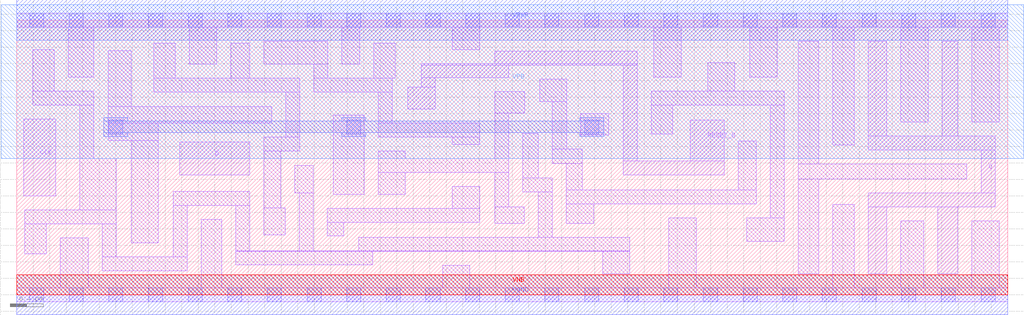
<source format=lef>
# Copyright 2020 The SkyWater PDK Authors
#
# Licensed under the Apache License, Version 2.0 (the "License");
# you may not use this file except in compliance with the License.
# You may obtain a copy of the License at
#
#     https://www.apache.org/licenses/LICENSE-2.0
#
# Unless required by applicable law or agreed to in writing, software
# distributed under the License is distributed on an "AS IS" BASIS,
# WITHOUT WARRANTIES OR CONDITIONS OF ANY KIND, either express or implied.
# See the License for the specific language governing permissions and
# limitations under the License.
#
# SPDX-License-Identifier: Apache-2.0

VERSION 5.7 ;
  NOWIREEXTENSIONATPIN ON ;
  DIVIDERCHAR "/" ;
  BUSBITCHARS "[]" ;
MACRO sky130_fd_sc_lp__dfrtp_4
  CLASS CORE ;
  FOREIGN sky130_fd_sc_lp__dfrtp_4 ;
  ORIGIN  0.000000  0.000000 ;
  SIZE  12.00000 BY  3.330000 ;
  SYMMETRY X Y R90 ;
  SITE unit ;
  PIN D
    ANTENNAGATEAREA  0.126000 ;
    DIRECTION INPUT ;
    USE SIGNAL ;
    PORT
      LAYER li1 ;
        RECT 1.975000 1.455000 2.820000 1.850000 ;
    END
  END D
  PIN Q
    ANTENNADIFFAREA  1.176000 ;
    DIRECTION OUTPUT ;
    USE SIGNAL ;
    PORT
      LAYER li1 ;
        RECT 10.310000 0.255000 10.535000 1.065000 ;
        RECT 10.310000 1.065000 11.850000 1.235000 ;
        RECT 10.310000 1.755000 11.850000 1.925000 ;
        RECT 10.310000 1.925000 10.535000 3.075000 ;
        RECT 11.150000 0.255000 11.395000 1.065000 ;
        RECT 11.205000 1.925000 11.395000 3.075000 ;
        RECT 11.680000 1.235000 11.850000 1.755000 ;
    END
  END Q
  PIN RESET_B
    ANTENNAGATEAREA  0.378000 ;
    DIRECTION INPUT ;
    USE SIGNAL ;
    PORT
      LAYER li1 ;
        RECT 4.735000 2.255000 5.065000 2.520000 ;
        RECT 4.895000 2.520000 5.065000 2.635000 ;
        RECT 4.895000 2.635000 5.955000 2.785000 ;
        RECT 4.895000 2.785000 7.515000 2.805000 ;
        RECT 5.785000 2.805000 7.515000 2.955000 ;
        RECT 7.345000 1.450000 8.565000 1.620000 ;
        RECT 7.345000 1.620000 7.515000 2.785000 ;
        RECT 8.155000 1.620000 8.565000 2.120000 ;
    END
  END RESET_B
  PIN CLK
    ANTENNAGATEAREA  0.159000 ;
    DIRECTION INPUT ;
    USE CLOCK ;
    PORT
      LAYER li1 ;
        RECT 0.085000 1.200000 0.470000 2.130000 ;
    END
  END CLK
  PIN VGND
    DIRECTION INOUT ;
    USE GROUND ;
    PORT
      LAYER met1 ;
        RECT 0.000000 -0.245000 12.000000 0.245000 ;
    END
  END VGND
  PIN VNB
    DIRECTION INOUT ;
    USE GROUND ;
    PORT
      LAYER pwell ;
        RECT 0.000000 0.000000 12.000000 0.245000 ;
    END
  END VNB
  PIN VPB
    DIRECTION INOUT ;
    USE POWER ;
    PORT
      LAYER nwell ;
        RECT -0.190000 1.655000 12.190000 3.520000 ;
    END
  END VPB
  PIN VPWR
    DIRECTION INOUT ;
    USE POWER ;
    PORT
      LAYER met1 ;
        RECT 0.000000 3.085000 12.000000 3.575000 ;
    END
  END VPWR
  OBS
    LAYER li1 ;
      RECT  0.000000 -0.085000 12.000000 0.085000 ;
      RECT  0.000000  3.245000 12.000000 3.415000 ;
      RECT  0.095000  0.495000  0.355000 0.860000 ;
      RECT  0.095000  0.860000  1.205000 1.030000 ;
      RECT  0.195000  2.300000  0.935000 2.470000 ;
      RECT  0.195000  2.470000  0.455000 2.970000 ;
      RECT  0.525000  0.085000  0.865000 0.690000 ;
      RECT  0.625000  2.640000  0.935000 3.245000 ;
      RECT  0.765000  1.030000  1.205000 1.650000 ;
      RECT  0.765000  1.650000  0.935000 2.300000 ;
      RECT  1.035000  0.290000  2.065000 0.460000 ;
      RECT  1.035000  0.460000  1.205000 0.860000 ;
      RECT  1.105000  1.870000  1.715000 2.085000 ;
      RECT  1.105000  2.085000  3.085000 2.285000 ;
      RECT  1.105000  2.285000  1.385000 2.960000 ;
      RECT  1.385000  0.630000  1.715000 1.870000 ;
      RECT  1.660000  2.455000  3.425000 2.625000 ;
      RECT  1.660000  2.625000  1.920000 3.050000 ;
      RECT  1.895000  0.460000  2.065000 1.085000 ;
      RECT  1.895000  1.085000  2.820000 1.255000 ;
      RECT  2.090000  2.795000  2.420000 3.245000 ;
      RECT  2.235000  0.085000  2.480000 0.915000 ;
      RECT  2.590000  2.625000  2.820000 3.050000 ;
      RECT  2.650000  0.365000  4.310000 0.525000 ;
      RECT  2.650000  0.525000  7.425000 0.535000 ;
      RECT  2.650000  0.535000  2.820000 1.085000 ;
      RECT  2.990000  0.725000  3.250000 1.055000 ;
      RECT  2.990000  1.055000  3.195000 1.745000 ;
      RECT  2.990000  1.745000  3.425000 1.915000 ;
      RECT  2.990000  2.795000  3.765000 3.075000 ;
      RECT  3.255000  1.915000  3.425000 2.455000 ;
      RECT  3.365000  1.235000  3.590000 1.565000 ;
      RECT  3.420000  0.535000  3.590000 1.235000 ;
      RECT  3.595000  2.455000  4.545000 2.625000 ;
      RECT  3.595000  2.625000  3.765000 2.795000 ;
      RECT  3.760000  0.715000  3.960000 0.875000 ;
      RECT  3.760000  0.875000  5.605000 1.045000 ;
      RECT  3.835000  1.215000  4.205000 2.180000 ;
      RECT  3.935000  2.795000  4.150000 3.245000 ;
      RECT  4.140000  0.535000  7.425000 0.695000 ;
      RECT  4.320000  2.625000  4.585000 3.050000 ;
      RECT  4.375000  1.215000  4.705000 1.485000 ;
      RECT  4.375000  1.485000  5.955000 1.655000 ;
      RECT  4.375000  1.655000  4.705000 1.745000 ;
      RECT  4.375000  1.915000  5.605000 2.085000 ;
      RECT  4.375000  2.085000  4.545000 2.455000 ;
      RECT  5.155000  0.085000  5.485000 0.355000 ;
      RECT  5.275000  1.045000  5.605000 1.315000 ;
      RECT  5.275000  1.825000  5.605000 1.915000 ;
      RECT  5.275000  2.975000  5.605000 3.245000 ;
      RECT  5.785000  0.865000  6.145000 1.065000 ;
      RECT  5.785000  1.065000  5.955000 1.485000 ;
      RECT  5.785000  1.655000  5.955000 2.205000 ;
      RECT  5.785000  2.205000  6.150000 2.465000 ;
      RECT  6.125000  1.245000  6.485000 1.415000 ;
      RECT  6.125000  1.415000  6.315000 1.955000 ;
      RECT  6.315000  0.695000  6.485000 1.245000 ;
      RECT  6.330000  2.345000  6.660000 2.615000 ;
      RECT  6.485000  1.595000  6.845000 1.765000 ;
      RECT  6.485000  1.765000  6.660000 2.345000 ;
      RECT  6.655000  0.865000  6.985000 1.100000 ;
      RECT  6.655000  1.100000  8.955000 1.270000 ;
      RECT  6.655000  1.270000  6.845000 1.595000 ;
      RECT  6.830000  1.935000  7.165000 2.195000 ;
      RECT  7.095000  0.255000  7.425000 0.525000 ;
      RECT  7.685000  1.950000  7.945000 2.300000 ;
      RECT  7.685000  2.300000  9.295000 2.470000 ;
      RECT  7.715000  2.640000  8.045000 3.245000 ;
      RECT  7.895000  0.085000  8.225000 0.930000 ;
      RECT  8.365000  2.470000  8.695000 2.815000 ;
      RECT  8.735000  1.270000  8.955000 1.865000 ;
      RECT  8.840000  0.650000  9.295000 0.930000 ;
      RECT  8.875000  2.640000  9.205000 3.245000 ;
      RECT  9.125000  0.930000  9.295000 2.300000 ;
      RECT  9.465000  0.255000  9.710000 1.405000 ;
      RECT  9.465000  1.405000 11.500000 1.585000 ;
      RECT  9.465000  1.585000  9.710000 3.075000 ;
      RECT  9.880000  0.085000 10.140000 1.095000 ;
      RECT  9.880000  1.815000 10.140000 3.245000 ;
      RECT 10.705000  0.085000 10.980000 0.895000 ;
      RECT 10.705000  2.095000 11.035000 3.245000 ;
      RECT 11.565000  0.085000 11.895000 0.895000 ;
      RECT 11.565000  2.095000 11.895000 3.245000 ;
    LAYER mcon ;
      RECT  0.155000 -0.085000  0.325000 0.085000 ;
      RECT  0.155000  3.245000  0.325000 3.415000 ;
      RECT  0.635000 -0.085000  0.805000 0.085000 ;
      RECT  0.635000  3.245000  0.805000 3.415000 ;
      RECT  1.115000 -0.085000  1.285000 0.085000 ;
      RECT  1.115000  1.950000  1.285000 2.120000 ;
      RECT  1.115000  3.245000  1.285000 3.415000 ;
      RECT  1.595000 -0.085000  1.765000 0.085000 ;
      RECT  1.595000  3.245000  1.765000 3.415000 ;
      RECT  2.075000 -0.085000  2.245000 0.085000 ;
      RECT  2.075000  3.245000  2.245000 3.415000 ;
      RECT  2.555000 -0.085000  2.725000 0.085000 ;
      RECT  2.555000  3.245000  2.725000 3.415000 ;
      RECT  3.035000 -0.085000  3.205000 0.085000 ;
      RECT  3.035000  3.245000  3.205000 3.415000 ;
      RECT  3.515000 -0.085000  3.685000 0.085000 ;
      RECT  3.515000  3.245000  3.685000 3.415000 ;
      RECT  3.995000 -0.085000  4.165000 0.085000 ;
      RECT  3.995000  1.950000  4.165000 2.120000 ;
      RECT  3.995000  3.245000  4.165000 3.415000 ;
      RECT  4.475000 -0.085000  4.645000 0.085000 ;
      RECT  4.475000  3.245000  4.645000 3.415000 ;
      RECT  4.955000 -0.085000  5.125000 0.085000 ;
      RECT  4.955000  3.245000  5.125000 3.415000 ;
      RECT  5.435000 -0.085000  5.605000 0.085000 ;
      RECT  5.435000  3.245000  5.605000 3.415000 ;
      RECT  5.915000 -0.085000  6.085000 0.085000 ;
      RECT  5.915000  3.245000  6.085000 3.415000 ;
      RECT  6.395000 -0.085000  6.565000 0.085000 ;
      RECT  6.395000  3.245000  6.565000 3.415000 ;
      RECT  6.875000 -0.085000  7.045000 0.085000 ;
      RECT  6.875000  1.950000  7.045000 2.120000 ;
      RECT  6.875000  3.245000  7.045000 3.415000 ;
      RECT  7.355000 -0.085000  7.525000 0.085000 ;
      RECT  7.355000  3.245000  7.525000 3.415000 ;
      RECT  7.835000 -0.085000  8.005000 0.085000 ;
      RECT  7.835000  3.245000  8.005000 3.415000 ;
      RECT  8.315000 -0.085000  8.485000 0.085000 ;
      RECT  8.315000  3.245000  8.485000 3.415000 ;
      RECT  8.795000 -0.085000  8.965000 0.085000 ;
      RECT  8.795000  3.245000  8.965000 3.415000 ;
      RECT  9.275000 -0.085000  9.445000 0.085000 ;
      RECT  9.275000  3.245000  9.445000 3.415000 ;
      RECT  9.755000 -0.085000  9.925000 0.085000 ;
      RECT  9.755000  3.245000  9.925000 3.415000 ;
      RECT 10.235000 -0.085000 10.405000 0.085000 ;
      RECT 10.235000  3.245000 10.405000 3.415000 ;
      RECT 10.715000 -0.085000 10.885000 0.085000 ;
      RECT 10.715000  3.245000 10.885000 3.415000 ;
      RECT 11.195000 -0.085000 11.365000 0.085000 ;
      RECT 11.195000  3.245000 11.365000 3.415000 ;
      RECT 11.675000 -0.085000 11.845000 0.085000 ;
      RECT 11.675000  3.245000 11.845000 3.415000 ;
    LAYER met1 ;
      RECT 1.055000 1.920000 1.345000 1.965000 ;
      RECT 1.055000 1.965000 7.105000 2.105000 ;
      RECT 1.055000 2.105000 1.345000 2.150000 ;
      RECT 3.935000 1.920000 4.225000 1.965000 ;
      RECT 3.935000 2.105000 4.225000 2.150000 ;
      RECT 6.815000 1.920000 7.105000 1.965000 ;
      RECT 6.815000 2.105000 7.105000 2.150000 ;
  END
END sky130_fd_sc_lp__dfrtp_4
END LIBRARY

</source>
